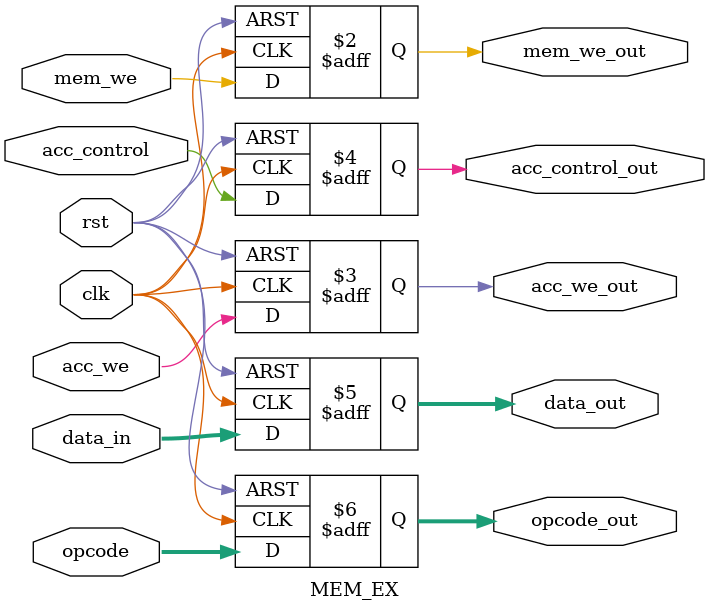
<source format=sv>
module MEM_EX(
    input logic clk,
    input logic rst,
    input logic [7:0] data_in,
    input logic mem_we, acc_we, acc_control,
    input logic [2:0] opcode,
    output logic mem_we_out, acc_we_out, acc_control_out,
    output logic [7:0] data_out,
    output logic [2:0] opcode_out
);
    always_ff @(posedge clk or posedge rst) begin
        if (rst) begin
            data_out <= 8'b0;
            mem_we_out <= 1'b0;
            acc_we_out <= 1'b0;
            acc_control_out <= 1'b0;
            opcode_out <= 3'b0;
        end else begin
            data_out <= data_in;
            mem_we_out <= mem_we;
            acc_we_out <= acc_we;
            acc_control_out <= acc_control;
            opcode_out <= opcode;
        end
    end
endmodule
</source>
